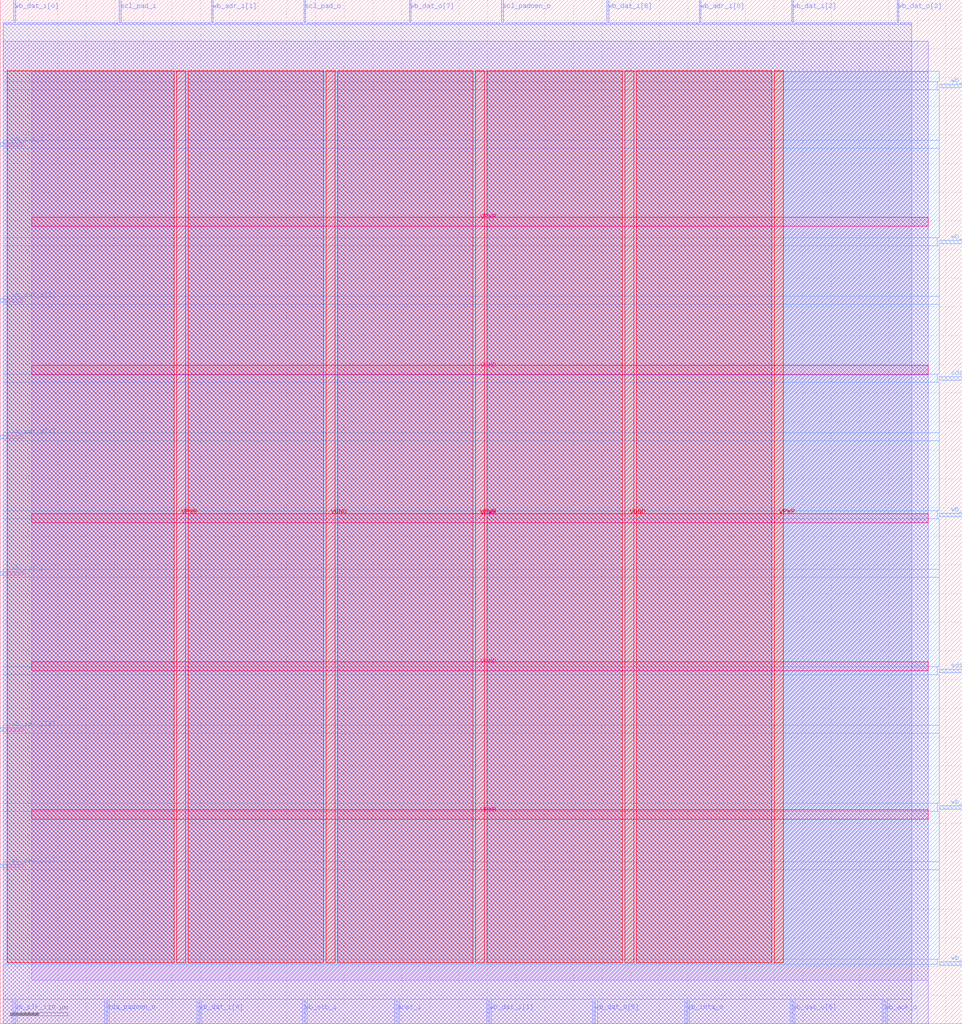
<source format=lef>
VERSION 5.7 ;
  NOWIREEXTENSIONATPIN ON ;
  DIVIDERCHAR "/" ;
  BUSBITCHARS "[]" ;
MACRO i2c_master_top
  CLASS BLOCK ;
  FOREIGN i2c_master_top ;
  ORIGIN 0.000 0.000 ;
  SIZE 167.840 BY 178.560 ;
  PIN arst_i
    DIRECTION INPUT ;
    USE SIGNAL ;
    PORT
      LAYER met2 ;
        RECT 69.090 0.000 69.370 4.000 ;
    END
  END arst_i
  PIN scl_pad_i
    DIRECTION INPUT ;
    USE SIGNAL ;
    PORT
      LAYER met2 ;
        RECT 20.790 174.560 21.070 178.560 ;
    END
  END scl_pad_i
  PIN scl_pad_o
    DIRECTION OUTPUT TRISTATE ;
    USE SIGNAL ;
    PORT
      LAYER met2 ;
        RECT 52.990 174.560 53.270 178.560 ;
    END
  END scl_pad_o
  PIN scl_padoen_o
    DIRECTION OUTPUT TRISTATE ;
    USE SIGNAL ;
    PORT
      LAYER met2 ;
        RECT 87.490 174.560 87.770 178.560 ;
    END
  END scl_padoen_o
  PIN sda_pad_i
    DIRECTION INPUT ;
    USE SIGNAL ;
    PORT
      LAYER met3 ;
        RECT 163.840 61.240 167.840 61.840 ;
    END
  END sda_pad_i
  PIN sda_pad_o
    DIRECTION OUTPUT TRISTATE ;
    USE SIGNAL ;
    PORT
      LAYER met3 ;
        RECT 163.840 112.240 167.840 112.840 ;
    END
  END sda_pad_o
  PIN sda_padoen_o
    DIRECTION OUTPUT TRISTATE ;
    USE SIGNAL ;
    PORT
      LAYER met2 ;
        RECT 18.490 0.000 18.770 4.000 ;
    END
  END sda_padoen_o
  PIN wb_ack_o
    DIRECTION OUTPUT TRISTATE ;
    USE SIGNAL ;
    PORT
      LAYER met2 ;
        RECT 154.190 0.000 154.470 4.000 ;
    END
  END wb_ack_o
  PIN wb_adr_i[0]
    DIRECTION INPUT ;
    USE SIGNAL ;
    PORT
      LAYER met2 ;
        RECT 121.990 174.560 122.270 178.560 ;
    END
  END wb_adr_i[0]
  PIN wb_adr_i[1]
    DIRECTION INPUT ;
    USE SIGNAL ;
    PORT
      LAYER met2 ;
        RECT 36.890 174.560 37.170 178.560 ;
    END
  END wb_adr_i[1]
  PIN wb_adr_i[2]
    DIRECTION INPUT ;
    USE SIGNAL ;
    PORT
      LAYER met3 ;
        RECT 0.000 51.040 4.000 51.640 ;
    END
  END wb_adr_i[2]
  PIN wb_clk_i
    DIRECTION INPUT ;
    USE SIGNAL ;
    PORT
      LAYER met2 ;
        RECT 2.390 0.000 2.670 4.000 ;
    END
  END wb_clk_i
  PIN wb_cyc_i
    DIRECTION INPUT ;
    USE SIGNAL ;
    PORT
      LAYER met3 ;
        RECT 0.000 153.040 4.000 153.640 ;
    END
  END wb_cyc_i
  PIN wb_dat_i[0]
    DIRECTION INPUT ;
    USE SIGNAL ;
    PORT
      LAYER met2 ;
        RECT 2.390 174.560 2.670 178.560 ;
    END
  END wb_dat_i[0]
  PIN wb_dat_i[1]
    DIRECTION INPUT ;
    USE SIGNAL ;
    PORT
      LAYER met2 ;
        RECT 85.190 0.000 85.470 4.000 ;
    END
  END wb_dat_i[1]
  PIN wb_dat_i[2]
    DIRECTION INPUT ;
    USE SIGNAL ;
    PORT
      LAYER met2 ;
        RECT 138.090 174.560 138.370 178.560 ;
    END
  END wb_dat_i[2]
  PIN wb_dat_i[3]
    DIRECTION INPUT ;
    USE SIGNAL ;
    PORT
      LAYER met3 ;
        RECT 163.840 136.040 167.840 136.640 ;
    END
  END wb_dat_i[3]
  PIN wb_dat_i[4]
    DIRECTION INPUT ;
    USE SIGNAL ;
    PORT
      LAYER met2 ;
        RECT 34.590 0.000 34.870 4.000 ;
    END
  END wb_dat_i[4]
  PIN wb_dat_i[5]
    DIRECTION INPUT ;
    USE SIGNAL ;
    PORT
      LAYER met3 ;
        RECT 163.840 37.440 167.840 38.040 ;
    END
  END wb_dat_i[5]
  PIN wb_dat_i[6]
    DIRECTION INPUT ;
    USE SIGNAL ;
    PORT
      LAYER met2 ;
        RECT 105.890 174.560 106.170 178.560 ;
    END
  END wb_dat_i[6]
  PIN wb_dat_i[7]
    DIRECTION INPUT ;
    USE SIGNAL ;
    PORT
      LAYER met3 ;
        RECT 163.840 88.440 167.840 89.040 ;
    END
  END wb_dat_i[7]
  PIN wb_dat_o[0]
    DIRECTION OUTPUT TRISTATE ;
    USE SIGNAL ;
    PORT
      LAYER met3 ;
        RECT 163.840 10.240 167.840 10.840 ;
    END
  END wb_dat_o[0]
  PIN wb_dat_o[1]
    DIRECTION OUTPUT TRISTATE ;
    USE SIGNAL ;
    PORT
      LAYER met3 ;
        RECT 0.000 27.240 4.000 27.840 ;
    END
  END wb_dat_o[1]
  PIN wb_dat_o[2]
    DIRECTION OUTPUT TRISTATE ;
    USE SIGNAL ;
    PORT
      LAYER met2 ;
        RECT 156.490 174.560 156.770 178.560 ;
    END
  END wb_dat_o[2]
  PIN wb_dat_o[3]
    DIRECTION OUTPUT TRISTATE ;
    USE SIGNAL ;
    PORT
      LAYER met3 ;
        RECT 0.000 125.840 4.000 126.440 ;
    END
  END wb_dat_o[3]
  PIN wb_dat_o[4]
    DIRECTION OUTPUT TRISTATE ;
    USE SIGNAL ;
    PORT
      LAYER met3 ;
        RECT 0.000 102.040 4.000 102.640 ;
    END
  END wb_dat_o[4]
  PIN wb_dat_o[5]
    DIRECTION OUTPUT TRISTATE ;
    USE SIGNAL ;
    PORT
      LAYER met2 ;
        RECT 103.590 0.000 103.870 4.000 ;
    END
  END wb_dat_o[5]
  PIN wb_dat_o[6]
    DIRECTION OUTPUT TRISTATE ;
    USE SIGNAL ;
    PORT
      LAYER met2 ;
        RECT 138.090 0.000 138.370 4.000 ;
    END
  END wb_dat_o[6]
  PIN wb_dat_o[7]
    DIRECTION OUTPUT TRISTATE ;
    USE SIGNAL ;
    PORT
      LAYER met2 ;
        RECT 71.390 174.560 71.670 178.560 ;
    END
  END wb_dat_o[7]
  PIN wb_inta_o
    DIRECTION OUTPUT TRISTATE ;
    USE SIGNAL ;
    PORT
      LAYER met2 ;
        RECT 119.690 0.000 119.970 4.000 ;
    END
  END wb_inta_o
  PIN wb_rst_i
    DIRECTION INPUT ;
    USE SIGNAL ;
    PORT
      LAYER met3 ;
        RECT 0.000 78.240 4.000 78.840 ;
    END
  END wb_rst_i
  PIN wb_stb_i
    DIRECTION INPUT ;
    USE SIGNAL ;
    PORT
      LAYER met2 ;
        RECT 52.990 0.000 53.270 4.000 ;
    END
  END wb_stb_i
  PIN wb_we_i
    DIRECTION INPUT ;
    USE SIGNAL ;
    PORT
      LAYER met3 ;
        RECT 163.840 163.240 167.840 163.840 ;
    END
  END wb_we_i
  PIN VPWR
    DIRECTION INOUT ;
    USE POWER ;
    PORT
      LAYER met4 ;
        RECT 135.055 10.640 136.655 166.160 ;
    END
  END VPWR
  PIN VPWR
    DIRECTION INOUT ;
    USE POWER ;
    PORT
      LAYER met4 ;
        RECT 82.920 10.640 84.520 166.160 ;
    END
  END VPWR
  PIN VPWR
    DIRECTION INOUT ;
    USE POWER ;
    PORT
      LAYER met4 ;
        RECT 30.785 10.640 32.385 166.160 ;
    END
  END VPWR
  PIN VPWR
    DIRECTION INOUT ;
    USE POWER ;
    PORT
      LAYER met5 ;
        RECT 5.520 139.040 161.920 140.640 ;
    END
  END VPWR
  PIN VPWR
    DIRECTION INOUT ;
    USE POWER ;
    PORT
      LAYER met5 ;
        RECT 5.520 87.360 161.920 88.960 ;
    END
  END VPWR
  PIN VPWR
    DIRECTION INOUT ;
    USE POWER ;
    PORT
      LAYER met5 ;
        RECT 5.520 35.680 161.920 37.280 ;
    END
  END VPWR
  PIN VGND
    DIRECTION INOUT ;
    USE GROUND ;
    PORT
      LAYER met4 ;
        RECT 108.985 10.640 110.585 166.160 ;
    END
  END VGND
  PIN VGND
    DIRECTION INOUT ;
    USE GROUND ;
    PORT
      LAYER met4 ;
        RECT 56.855 10.640 58.455 166.160 ;
    END
  END VGND
  PIN VGND
    DIRECTION INOUT ;
    USE GROUND ;
    PORT
      LAYER met5 ;
        RECT 5.520 113.200 161.920 114.800 ;
    END
  END VGND
  PIN VGND
    DIRECTION INOUT ;
    USE GROUND ;
    PORT
      LAYER met5 ;
        RECT 5.520 61.520 161.920 63.120 ;
    END
  END VGND
  OBS
      LAYER li1 ;
        RECT 5.520 7.565 161.920 166.005 ;
      LAYER met1 ;
        RECT 0.530 0.040 161.920 171.320 ;
      LAYER met2 ;
        RECT 0.550 174.280 2.110 174.560 ;
        RECT 2.950 174.280 20.510 174.560 ;
        RECT 21.350 174.280 36.610 174.560 ;
        RECT 37.450 174.280 52.710 174.560 ;
        RECT 53.550 174.280 71.110 174.560 ;
        RECT 71.950 174.280 87.210 174.560 ;
        RECT 88.050 174.280 105.610 174.560 ;
        RECT 106.450 174.280 121.710 174.560 ;
        RECT 122.550 174.280 137.810 174.560 ;
        RECT 138.650 174.280 156.210 174.560 ;
        RECT 157.050 174.280 159.060 174.560 ;
        RECT 0.550 4.280 159.060 174.280 ;
        RECT 0.550 0.010 2.110 4.280 ;
        RECT 2.950 0.010 18.210 4.280 ;
        RECT 19.050 0.010 34.310 4.280 ;
        RECT 35.150 0.010 52.710 4.280 ;
        RECT 53.550 0.010 68.810 4.280 ;
        RECT 69.650 0.010 84.910 4.280 ;
        RECT 85.750 0.010 103.310 4.280 ;
        RECT 104.150 0.010 119.410 4.280 ;
        RECT 120.250 0.010 137.810 4.280 ;
        RECT 138.650 0.010 153.910 4.280 ;
        RECT 154.750 0.010 159.060 4.280 ;
      LAYER met3 ;
        RECT 0.525 164.240 163.840 166.085 ;
        RECT 0.525 162.840 163.440 164.240 ;
        RECT 0.525 154.040 163.840 162.840 ;
        RECT 4.400 152.640 163.840 154.040 ;
        RECT 0.525 137.040 163.840 152.640 ;
        RECT 0.525 135.640 163.440 137.040 ;
        RECT 0.525 126.840 163.840 135.640 ;
        RECT 4.400 125.440 163.840 126.840 ;
        RECT 0.525 113.240 163.840 125.440 ;
        RECT 0.525 111.840 163.440 113.240 ;
        RECT 0.525 103.040 163.840 111.840 ;
        RECT 4.400 101.640 163.840 103.040 ;
        RECT 0.525 89.440 163.840 101.640 ;
        RECT 0.525 88.040 163.440 89.440 ;
        RECT 0.525 79.240 163.840 88.040 ;
        RECT 4.400 77.840 163.840 79.240 ;
        RECT 0.525 62.240 163.840 77.840 ;
        RECT 0.525 60.840 163.440 62.240 ;
        RECT 0.525 52.040 163.840 60.840 ;
        RECT 4.400 50.640 163.840 52.040 ;
        RECT 0.525 38.440 163.840 50.640 ;
        RECT 0.525 37.040 163.440 38.440 ;
        RECT 0.525 28.240 163.840 37.040 ;
        RECT 4.400 26.840 163.840 28.240 ;
        RECT 0.525 11.240 163.840 26.840 ;
        RECT 0.525 10.375 163.440 11.240 ;
      LAYER met4 ;
        RECT 1.215 10.640 30.385 166.160 ;
        RECT 32.785 10.640 56.455 166.160 ;
        RECT 58.855 10.640 82.520 166.160 ;
        RECT 84.920 10.640 108.585 166.160 ;
        RECT 110.985 10.640 134.655 166.160 ;
  END
END i2c_master_top
END LIBRARY


</source>
